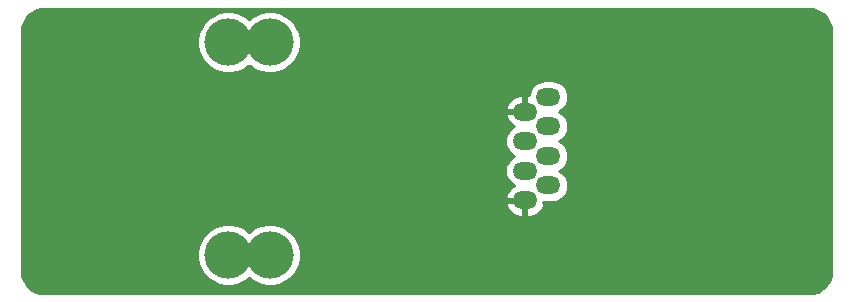
<source format=gbr>
%TF.GenerationSoftware,KiCad,Pcbnew,(5.1.12)-1*%
%TF.CreationDate,2021-11-30T21:20:58-06:00*%
%TF.ProjectId,Current_Sense,43757272-656e-4745-9f53-656e73652e6b,rev?*%
%TF.SameCoordinates,Original*%
%TF.FileFunction,Copper,L2,Bot*%
%TF.FilePolarity,Positive*%
%FSLAX46Y46*%
G04 Gerber Fmt 4.6, Leading zero omitted, Abs format (unit mm)*
G04 Created by KiCad (PCBNEW (5.1.12)-1) date 2021-11-30 21:20:58*
%MOMM*%
%LPD*%
G01*
G04 APERTURE LIST*
%TA.AperFunction,ComponentPad*%
%ADD10C,4.000000*%
%TD*%
%TA.AperFunction,ComponentPad*%
%ADD11O,2.100000X1.500000*%
%TD*%
%TA.AperFunction,Conductor*%
%ADD12C,0.254000*%
%TD*%
%TA.AperFunction,Conductor*%
%ADD13C,0.100000*%
%TD*%
G04 APERTURE END LIST*
D10*
%TO.P,U1,9*%
%TO.N,Net-(U1-Pad9)*%
X75290000Y-95145001D03*
%TO.P,U1,10*%
%TO.N,Net-(U1-Pad10)*%
X78790000Y-77145001D03*
X75290000Y-77145001D03*
%TO.P,U1,9*%
%TO.N,Net-(U1-Pad9)*%
X78790000Y-95145001D03*
D11*
%TO.P,U1,1*%
%TO.N,N/C*%
X102390000Y-81765001D03*
%TO.P,U1,3*%
X102390000Y-84265001D03*
%TO.P,U1,2*%
%TO.N,GND*%
X100390000Y-83015001D03*
%TO.P,U1,4*%
%TO.N,N/C*%
X100390000Y-85515001D03*
%TO.P,U1,5*%
%TO.N,DFSDM1_CKIN5_5V*%
X102390000Y-86765001D03*
%TO.P,U1,6*%
%TO.N,DFSDM1_DATIN5_5V*%
X100390000Y-88015001D03*
%TO.P,U1,7*%
%TO.N,+5V*%
X102390000Y-89265001D03*
%TO.P,U1,8*%
%TO.N,GND*%
X100390000Y-90515001D03*
%TD*%
D12*
%TO.N,GND*%
X124824545Y-74358909D02*
X125175208Y-74464780D01*
X125498625Y-74636744D01*
X125782484Y-74868254D01*
X126015965Y-75150486D01*
X126190183Y-75472695D01*
X126298502Y-75822614D01*
X126340000Y-76217443D01*
X126340001Y-96487711D01*
X126301091Y-96884545D01*
X126195220Y-97235206D01*
X126023257Y-97558623D01*
X125791748Y-97842482D01*
X125509514Y-98075965D01*
X125187304Y-98250184D01*
X124837385Y-98358502D01*
X124442557Y-98400000D01*
X59722279Y-98400000D01*
X59325455Y-98361091D01*
X58974794Y-98255220D01*
X58651377Y-98083257D01*
X58367518Y-97851748D01*
X58134035Y-97569514D01*
X57959816Y-97247304D01*
X57851498Y-96897385D01*
X57810000Y-96502557D01*
X57810000Y-94885476D01*
X72655000Y-94885476D01*
X72655000Y-95404526D01*
X72756261Y-95913602D01*
X72954893Y-96393142D01*
X73243262Y-96824716D01*
X73610285Y-97191739D01*
X74041859Y-97480108D01*
X74521399Y-97678740D01*
X75030475Y-97780001D01*
X75549525Y-97780001D01*
X76058601Y-97678740D01*
X76538141Y-97480108D01*
X76969715Y-97191739D01*
X77040000Y-97121454D01*
X77110285Y-97191739D01*
X77541859Y-97480108D01*
X78021399Y-97678740D01*
X78530475Y-97780001D01*
X79049525Y-97780001D01*
X79558601Y-97678740D01*
X80038141Y-97480108D01*
X80469715Y-97191739D01*
X80836738Y-96824716D01*
X81125107Y-96393142D01*
X81323739Y-95913602D01*
X81425000Y-95404526D01*
X81425000Y-94885476D01*
X81323739Y-94376400D01*
X81125107Y-93896860D01*
X80836738Y-93465286D01*
X80469715Y-93098263D01*
X80038141Y-92809894D01*
X79558601Y-92611262D01*
X79049525Y-92510001D01*
X78530475Y-92510001D01*
X78021399Y-92611262D01*
X77541859Y-92809894D01*
X77110285Y-93098263D01*
X77040000Y-93168548D01*
X76969715Y-93098263D01*
X76538141Y-92809894D01*
X76058601Y-92611262D01*
X75549525Y-92510001D01*
X75030475Y-92510001D01*
X74521399Y-92611262D01*
X74041859Y-92809894D01*
X73610285Y-93098263D01*
X73243262Y-93465286D01*
X72954893Y-93896860D01*
X72756261Y-94376400D01*
X72655000Y-94885476D01*
X57810000Y-94885476D01*
X57810000Y-90856186D01*
X98747682Y-90856186D01*
X98761827Y-90927685D01*
X98867858Y-91178869D01*
X99020855Y-91404541D01*
X99214939Y-91596029D01*
X99442651Y-91745973D01*
X99695240Y-91848612D01*
X99963000Y-91900001D01*
X100263000Y-91900001D01*
X100263000Y-90642001D01*
X98870344Y-90642001D01*
X98747682Y-90856186D01*
X57810000Y-90856186D01*
X57810000Y-85515001D01*
X98698299Y-85515001D01*
X98725040Y-85786508D01*
X98804236Y-86047582D01*
X98932843Y-86288189D01*
X99105919Y-86499082D01*
X99316812Y-86672158D01*
X99490509Y-86765001D01*
X99316812Y-86857844D01*
X99105919Y-87030920D01*
X98932843Y-87241813D01*
X98804236Y-87482420D01*
X98725040Y-87743494D01*
X98698299Y-88015001D01*
X98725040Y-88286508D01*
X98804236Y-88547582D01*
X98932843Y-88788189D01*
X99105919Y-88999082D01*
X99316812Y-89172158D01*
X99490064Y-89264763D01*
X99442651Y-89284029D01*
X99214939Y-89433973D01*
X99020855Y-89625461D01*
X98867858Y-89851133D01*
X98761827Y-90102317D01*
X98747682Y-90173816D01*
X98870344Y-90388001D01*
X100263000Y-90388001D01*
X100263000Y-90368001D01*
X100517000Y-90368001D01*
X100517000Y-90388001D01*
X100537000Y-90388001D01*
X100537000Y-90642001D01*
X100517000Y-90642001D01*
X100517000Y-91900001D01*
X100817000Y-91900001D01*
X101084760Y-91848612D01*
X101337349Y-91745973D01*
X101565061Y-91596029D01*
X101759145Y-91404541D01*
X101912142Y-91178869D01*
X102018173Y-90927685D01*
X102032318Y-90856186D01*
X101909657Y-90642003D01*
X101940758Y-90642003D01*
X102021963Y-90650001D01*
X102758037Y-90650001D01*
X102961507Y-90629961D01*
X103222581Y-90550765D01*
X103463188Y-90422158D01*
X103674081Y-90249082D01*
X103847157Y-90038189D01*
X103975764Y-89797582D01*
X104054960Y-89536508D01*
X104081701Y-89265001D01*
X104054960Y-88993494D01*
X103975764Y-88732420D01*
X103847157Y-88491813D01*
X103674081Y-88280920D01*
X103463188Y-88107844D01*
X103289491Y-88015001D01*
X103463188Y-87922158D01*
X103674081Y-87749082D01*
X103847157Y-87538189D01*
X103975764Y-87297582D01*
X104054960Y-87036508D01*
X104081701Y-86765001D01*
X104054960Y-86493494D01*
X103975764Y-86232420D01*
X103847157Y-85991813D01*
X103674081Y-85780920D01*
X103463188Y-85607844D01*
X103289491Y-85515001D01*
X103463188Y-85422158D01*
X103674081Y-85249082D01*
X103847157Y-85038189D01*
X103975764Y-84797582D01*
X104054960Y-84536508D01*
X104081701Y-84265001D01*
X104054960Y-83993494D01*
X103975764Y-83732420D01*
X103847157Y-83491813D01*
X103674081Y-83280920D01*
X103463188Y-83107844D01*
X103289491Y-83015001D01*
X103463188Y-82922158D01*
X103674081Y-82749082D01*
X103847157Y-82538189D01*
X103975764Y-82297582D01*
X104054960Y-82036508D01*
X104081701Y-81765001D01*
X104054960Y-81493494D01*
X103975764Y-81232420D01*
X103847157Y-80991813D01*
X103674081Y-80780920D01*
X103463188Y-80607844D01*
X103222581Y-80479237D01*
X102961507Y-80400041D01*
X102758037Y-80380001D01*
X102021963Y-80380001D01*
X101818493Y-80400041D01*
X101557419Y-80479237D01*
X101316812Y-80607844D01*
X101105919Y-80780920D01*
X100932843Y-80991813D01*
X100804236Y-81232420D01*
X100725040Y-81493494D01*
X100711595Y-81630001D01*
X100517000Y-81630001D01*
X100517000Y-82888001D01*
X100537000Y-82888001D01*
X100537000Y-83142001D01*
X100517000Y-83142001D01*
X100517000Y-83162001D01*
X100263000Y-83162001D01*
X100263000Y-83142001D01*
X98870344Y-83142001D01*
X98747682Y-83356186D01*
X98761827Y-83427685D01*
X98867858Y-83678869D01*
X99020855Y-83904541D01*
X99214939Y-84096029D01*
X99442651Y-84245973D01*
X99490064Y-84265239D01*
X99316812Y-84357844D01*
X99105919Y-84530920D01*
X98932843Y-84741813D01*
X98804236Y-84982420D01*
X98725040Y-85243494D01*
X98698299Y-85515001D01*
X57810000Y-85515001D01*
X57810000Y-82673816D01*
X98747682Y-82673816D01*
X98870344Y-82888001D01*
X100263000Y-82888001D01*
X100263000Y-81630001D01*
X99963000Y-81630001D01*
X99695240Y-81681390D01*
X99442651Y-81784029D01*
X99214939Y-81933973D01*
X99020855Y-82125461D01*
X98867858Y-82351133D01*
X98761827Y-82602317D01*
X98747682Y-82673816D01*
X57810000Y-82673816D01*
X57810000Y-76885476D01*
X72655000Y-76885476D01*
X72655000Y-77404526D01*
X72756261Y-77913602D01*
X72954893Y-78393142D01*
X73243262Y-78824716D01*
X73610285Y-79191739D01*
X74041859Y-79480108D01*
X74521399Y-79678740D01*
X75030475Y-79780001D01*
X75549525Y-79780001D01*
X76058601Y-79678740D01*
X76538141Y-79480108D01*
X76969715Y-79191739D01*
X77040000Y-79121454D01*
X77110285Y-79191739D01*
X77541859Y-79480108D01*
X78021399Y-79678740D01*
X78530475Y-79780001D01*
X79049525Y-79780001D01*
X79558601Y-79678740D01*
X80038141Y-79480108D01*
X80469715Y-79191739D01*
X80836738Y-78824716D01*
X81125107Y-78393142D01*
X81323739Y-77913602D01*
X81425000Y-77404526D01*
X81425000Y-76885476D01*
X81323739Y-76376400D01*
X81125107Y-75896860D01*
X80836738Y-75465286D01*
X80469715Y-75098263D01*
X80038141Y-74809894D01*
X79558601Y-74611262D01*
X79049525Y-74510001D01*
X78530475Y-74510001D01*
X78021399Y-74611262D01*
X77541859Y-74809894D01*
X77110285Y-75098263D01*
X77040000Y-75168548D01*
X76969715Y-75098263D01*
X76538141Y-74809894D01*
X76058601Y-74611262D01*
X75549525Y-74510001D01*
X75030475Y-74510001D01*
X74521399Y-74611262D01*
X74041859Y-74809894D01*
X73610285Y-75098263D01*
X73243262Y-75465286D01*
X72954893Y-75896860D01*
X72756261Y-76376400D01*
X72655000Y-76885476D01*
X57810000Y-76885476D01*
X57810000Y-76232279D01*
X57848909Y-75835455D01*
X57954780Y-75484792D01*
X58126744Y-75161375D01*
X58358254Y-74877516D01*
X58640486Y-74644035D01*
X58962695Y-74469817D01*
X59312614Y-74361498D01*
X59707443Y-74320000D01*
X124427721Y-74320000D01*
X124824545Y-74358909D01*
%TA.AperFunction,Conductor*%
D13*
G36*
X124824545Y-74358909D02*
G01*
X125175208Y-74464780D01*
X125498625Y-74636744D01*
X125782484Y-74868254D01*
X126015965Y-75150486D01*
X126190183Y-75472695D01*
X126298502Y-75822614D01*
X126340000Y-76217443D01*
X126340001Y-96487711D01*
X126301091Y-96884545D01*
X126195220Y-97235206D01*
X126023257Y-97558623D01*
X125791748Y-97842482D01*
X125509514Y-98075965D01*
X125187304Y-98250184D01*
X124837385Y-98358502D01*
X124442557Y-98400000D01*
X59722279Y-98400000D01*
X59325455Y-98361091D01*
X58974794Y-98255220D01*
X58651377Y-98083257D01*
X58367518Y-97851748D01*
X58134035Y-97569514D01*
X57959816Y-97247304D01*
X57851498Y-96897385D01*
X57810000Y-96502557D01*
X57810000Y-94885476D01*
X72655000Y-94885476D01*
X72655000Y-95404526D01*
X72756261Y-95913602D01*
X72954893Y-96393142D01*
X73243262Y-96824716D01*
X73610285Y-97191739D01*
X74041859Y-97480108D01*
X74521399Y-97678740D01*
X75030475Y-97780001D01*
X75549525Y-97780001D01*
X76058601Y-97678740D01*
X76538141Y-97480108D01*
X76969715Y-97191739D01*
X77040000Y-97121454D01*
X77110285Y-97191739D01*
X77541859Y-97480108D01*
X78021399Y-97678740D01*
X78530475Y-97780001D01*
X79049525Y-97780001D01*
X79558601Y-97678740D01*
X80038141Y-97480108D01*
X80469715Y-97191739D01*
X80836738Y-96824716D01*
X81125107Y-96393142D01*
X81323739Y-95913602D01*
X81425000Y-95404526D01*
X81425000Y-94885476D01*
X81323739Y-94376400D01*
X81125107Y-93896860D01*
X80836738Y-93465286D01*
X80469715Y-93098263D01*
X80038141Y-92809894D01*
X79558601Y-92611262D01*
X79049525Y-92510001D01*
X78530475Y-92510001D01*
X78021399Y-92611262D01*
X77541859Y-92809894D01*
X77110285Y-93098263D01*
X77040000Y-93168548D01*
X76969715Y-93098263D01*
X76538141Y-92809894D01*
X76058601Y-92611262D01*
X75549525Y-92510001D01*
X75030475Y-92510001D01*
X74521399Y-92611262D01*
X74041859Y-92809894D01*
X73610285Y-93098263D01*
X73243262Y-93465286D01*
X72954893Y-93896860D01*
X72756261Y-94376400D01*
X72655000Y-94885476D01*
X57810000Y-94885476D01*
X57810000Y-90856186D01*
X98747682Y-90856186D01*
X98761827Y-90927685D01*
X98867858Y-91178869D01*
X99020855Y-91404541D01*
X99214939Y-91596029D01*
X99442651Y-91745973D01*
X99695240Y-91848612D01*
X99963000Y-91900001D01*
X100263000Y-91900001D01*
X100263000Y-90642001D01*
X98870344Y-90642001D01*
X98747682Y-90856186D01*
X57810000Y-90856186D01*
X57810000Y-85515001D01*
X98698299Y-85515001D01*
X98725040Y-85786508D01*
X98804236Y-86047582D01*
X98932843Y-86288189D01*
X99105919Y-86499082D01*
X99316812Y-86672158D01*
X99490509Y-86765001D01*
X99316812Y-86857844D01*
X99105919Y-87030920D01*
X98932843Y-87241813D01*
X98804236Y-87482420D01*
X98725040Y-87743494D01*
X98698299Y-88015001D01*
X98725040Y-88286508D01*
X98804236Y-88547582D01*
X98932843Y-88788189D01*
X99105919Y-88999082D01*
X99316812Y-89172158D01*
X99490064Y-89264763D01*
X99442651Y-89284029D01*
X99214939Y-89433973D01*
X99020855Y-89625461D01*
X98867858Y-89851133D01*
X98761827Y-90102317D01*
X98747682Y-90173816D01*
X98870344Y-90388001D01*
X100263000Y-90388001D01*
X100263000Y-90368001D01*
X100517000Y-90368001D01*
X100517000Y-90388001D01*
X100537000Y-90388001D01*
X100537000Y-90642001D01*
X100517000Y-90642001D01*
X100517000Y-91900001D01*
X100817000Y-91900001D01*
X101084760Y-91848612D01*
X101337349Y-91745973D01*
X101565061Y-91596029D01*
X101759145Y-91404541D01*
X101912142Y-91178869D01*
X102018173Y-90927685D01*
X102032318Y-90856186D01*
X101909657Y-90642003D01*
X101940758Y-90642003D01*
X102021963Y-90650001D01*
X102758037Y-90650001D01*
X102961507Y-90629961D01*
X103222581Y-90550765D01*
X103463188Y-90422158D01*
X103674081Y-90249082D01*
X103847157Y-90038189D01*
X103975764Y-89797582D01*
X104054960Y-89536508D01*
X104081701Y-89265001D01*
X104054960Y-88993494D01*
X103975764Y-88732420D01*
X103847157Y-88491813D01*
X103674081Y-88280920D01*
X103463188Y-88107844D01*
X103289491Y-88015001D01*
X103463188Y-87922158D01*
X103674081Y-87749082D01*
X103847157Y-87538189D01*
X103975764Y-87297582D01*
X104054960Y-87036508D01*
X104081701Y-86765001D01*
X104054960Y-86493494D01*
X103975764Y-86232420D01*
X103847157Y-85991813D01*
X103674081Y-85780920D01*
X103463188Y-85607844D01*
X103289491Y-85515001D01*
X103463188Y-85422158D01*
X103674081Y-85249082D01*
X103847157Y-85038189D01*
X103975764Y-84797582D01*
X104054960Y-84536508D01*
X104081701Y-84265001D01*
X104054960Y-83993494D01*
X103975764Y-83732420D01*
X103847157Y-83491813D01*
X103674081Y-83280920D01*
X103463188Y-83107844D01*
X103289491Y-83015001D01*
X103463188Y-82922158D01*
X103674081Y-82749082D01*
X103847157Y-82538189D01*
X103975764Y-82297582D01*
X104054960Y-82036508D01*
X104081701Y-81765001D01*
X104054960Y-81493494D01*
X103975764Y-81232420D01*
X103847157Y-80991813D01*
X103674081Y-80780920D01*
X103463188Y-80607844D01*
X103222581Y-80479237D01*
X102961507Y-80400041D01*
X102758037Y-80380001D01*
X102021963Y-80380001D01*
X101818493Y-80400041D01*
X101557419Y-80479237D01*
X101316812Y-80607844D01*
X101105919Y-80780920D01*
X100932843Y-80991813D01*
X100804236Y-81232420D01*
X100725040Y-81493494D01*
X100711595Y-81630001D01*
X100517000Y-81630001D01*
X100517000Y-82888001D01*
X100537000Y-82888001D01*
X100537000Y-83142001D01*
X100517000Y-83142001D01*
X100517000Y-83162001D01*
X100263000Y-83162001D01*
X100263000Y-83142001D01*
X98870344Y-83142001D01*
X98747682Y-83356186D01*
X98761827Y-83427685D01*
X98867858Y-83678869D01*
X99020855Y-83904541D01*
X99214939Y-84096029D01*
X99442651Y-84245973D01*
X99490064Y-84265239D01*
X99316812Y-84357844D01*
X99105919Y-84530920D01*
X98932843Y-84741813D01*
X98804236Y-84982420D01*
X98725040Y-85243494D01*
X98698299Y-85515001D01*
X57810000Y-85515001D01*
X57810000Y-82673816D01*
X98747682Y-82673816D01*
X98870344Y-82888001D01*
X100263000Y-82888001D01*
X100263000Y-81630001D01*
X99963000Y-81630001D01*
X99695240Y-81681390D01*
X99442651Y-81784029D01*
X99214939Y-81933973D01*
X99020855Y-82125461D01*
X98867858Y-82351133D01*
X98761827Y-82602317D01*
X98747682Y-82673816D01*
X57810000Y-82673816D01*
X57810000Y-76885476D01*
X72655000Y-76885476D01*
X72655000Y-77404526D01*
X72756261Y-77913602D01*
X72954893Y-78393142D01*
X73243262Y-78824716D01*
X73610285Y-79191739D01*
X74041859Y-79480108D01*
X74521399Y-79678740D01*
X75030475Y-79780001D01*
X75549525Y-79780001D01*
X76058601Y-79678740D01*
X76538141Y-79480108D01*
X76969715Y-79191739D01*
X77040000Y-79121454D01*
X77110285Y-79191739D01*
X77541859Y-79480108D01*
X78021399Y-79678740D01*
X78530475Y-79780001D01*
X79049525Y-79780001D01*
X79558601Y-79678740D01*
X80038141Y-79480108D01*
X80469715Y-79191739D01*
X80836738Y-78824716D01*
X81125107Y-78393142D01*
X81323739Y-77913602D01*
X81425000Y-77404526D01*
X81425000Y-76885476D01*
X81323739Y-76376400D01*
X81125107Y-75896860D01*
X80836738Y-75465286D01*
X80469715Y-75098263D01*
X80038141Y-74809894D01*
X79558601Y-74611262D01*
X79049525Y-74510001D01*
X78530475Y-74510001D01*
X78021399Y-74611262D01*
X77541859Y-74809894D01*
X77110285Y-75098263D01*
X77040000Y-75168548D01*
X76969715Y-75098263D01*
X76538141Y-74809894D01*
X76058601Y-74611262D01*
X75549525Y-74510001D01*
X75030475Y-74510001D01*
X74521399Y-74611262D01*
X74041859Y-74809894D01*
X73610285Y-75098263D01*
X73243262Y-75465286D01*
X72954893Y-75896860D01*
X72756261Y-76376400D01*
X72655000Y-76885476D01*
X57810000Y-76885476D01*
X57810000Y-76232279D01*
X57848909Y-75835455D01*
X57954780Y-75484792D01*
X58126744Y-75161375D01*
X58358254Y-74877516D01*
X58640486Y-74644035D01*
X58962695Y-74469817D01*
X59312614Y-74361498D01*
X59707443Y-74320000D01*
X124427721Y-74320000D01*
X124824545Y-74358909D01*
G37*
%TD.AperFunction*%
%TD*%
M02*

</source>
